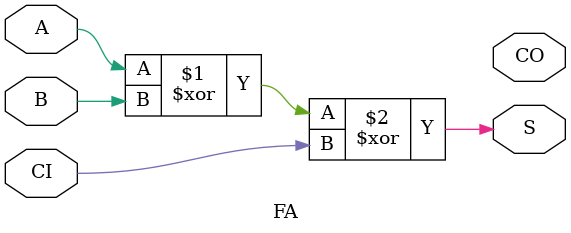
<source format=v>
module FA(S,CO,A,B,CI) ;
input A, B, CI ;
output S, CO ;
// use continuous assignments
assign S = A ^ B ^ CI;
assign C0 = (A & B) | (A & CI) | (B & CI);

endmodule 
</source>
